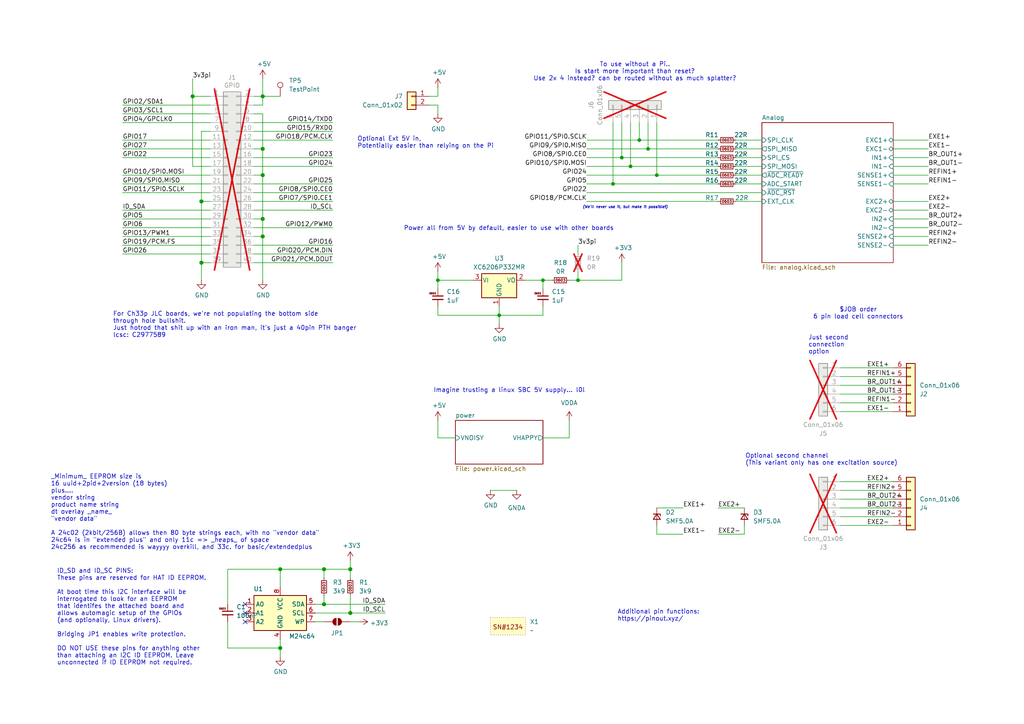
<source format=kicad_sch>
(kicad_sch (version 20250114) (generator "eeschema") (generator_version "9.0")
  (paper "A4")
  (title_block (title "ADS124S08 Linux IIO Eval PiHAT") (date "2025-09-06"))
  (lib_symbols
    (symbol "Connector:TestPoint" (pin_numbers (hide yes)) (pin_names (offset 0.762) (hide yes))
      (property "Reference" "TP" (at 0 6.858 0))
      (property "Value" "TestPoint" (at 0 5.08 0))
      (symbol "TestPoint_0_1"
        (circle (center 0 3.302) (radius 0.762))
      )
      (symbol "TestPoint_1_1"
        (pin passive line (at 0 0 90) (length 2.54) (name "1") (number "1"))
      )
    )
    (symbol "Connector_Generic:Conn_01x02" (pin_names (offset 1.016) (hide yes))
      (property "Reference" "J" (at 0 2.54 0))
      (property "Value" "Conn_01x02" (at 0 -5.08 0))
      (symbol "Conn_01x02_1_1"
        (rectangle (start -1.27 1.27) (end 1.27 -3.81) (stroke (width 0.254)) (fill (type background)))
        (rectangle (start -1.27 0.127) (end 0 -0.127) (stroke (width 0.1524)))
        (rectangle (start -1.27 -2.413) (end 0 -2.667) (stroke (width 0.1524)))
        (pin passive line (at -5.08 0 0) (length 3.81) (name "Pin_1") (number "1"))
        (pin passive line (at -5.08 -2.54 0) (length 3.81) (name "Pin_2") (number "2"))
      )
    )
    (symbol "Connector_Generic:Conn_01x06" (pin_names (offset 1.016) (hide yes))
      (property "Reference" "J" (at 0 7.62 0))
      (property "Value" "Conn_01x06" (at 0 -10.16 0))
      (symbol "Conn_01x06_1_1"
        (rectangle (start -1.27 6.35) (end 1.27 -8.89) (stroke (width 0.254)) (fill (type background)))
        (rectangle (start -1.27 5.207) (end 0 4.953) (stroke (width 0.1524)))
        (rectangle (start -1.27 2.667) (end 0 2.413) (stroke (width 0.1524)))
        (rectangle (start -1.27 0.127) (end 0 -0.127) (stroke (width 0.1524)))
        (rectangle (start -1.27 -2.413) (end 0 -2.667) (stroke (width 0.1524)))
        (rectangle (start -1.27 -4.953) (end 0 -5.207) (stroke (width 0.1524)))
        (rectangle (start -1.27 -7.493) (end 0 -7.747) (stroke (width 0.1524)))
        (pin passive line (at -5.08 5.08 0) (length 3.81) (name "Pin_1") (number "1"))
        (pin passive line (at -5.08 2.54 0) (length 3.81) (name "Pin_2") (number "2"))
        (pin passive line (at -5.08 0 0) (length 3.81) (name "Pin_3") (number "3"))
        (pin passive line (at -5.08 -2.54 0) (length 3.81) (name "Pin_4") (number "4"))
        (pin passive line (at -5.08 -5.08 0) (length 3.81) (name "Pin_5") (number "5"))
        (pin passive line (at -5.08 -7.62 0) (length 3.81) (name "Pin_6") (number "6"))
      )
    )
    (symbol "Connector_Generic:Conn_02x20_Odd_Even" (pin_names (offset 1.016) (hide yes))
      (property "Reference" "J" (at 1.27 25.4 0))
      (property "Value" "Conn_02x20_Odd_Even" (at 1.27 -27.94 0))
      (symbol "Conn_02x20_Odd_Even_1_1"
        (rectangle (start -1.27 24.13) (end 3.81 -26.67) (stroke (width 0.254)) (fill (type background)))
        (rectangle (start -1.27 22.987) (end 0 22.733) (stroke (width 0.1524)))
        (rectangle (start -1.27 20.447) (end 0 20.193) (stroke (width 0.1524)))
        (rectangle (start -1.27 17.907) (end 0 17.653) (stroke (width 0.1524)))
        (rectangle (start -1.27 15.367) (end 0 15.113) (stroke (width 0.1524)))
        (rectangle (start -1.27 12.827) (end 0 12.573) (stroke (width 0.1524)))
        (rectangle (start -1.27 10.287) (end 0 10.033) (stroke (width 0.1524)))
        (rectangle (start -1.27 7.747) (end 0 7.493) (stroke (width 0.1524)))
        (rectangle (start -1.27 5.207) (end 0 4.953) (stroke (width 0.1524)))
        (rectangle (start -1.27 2.667) (end 0 2.413) (stroke (width 0.1524)))
        (rectangle (start -1.27 0.127) (end 0 -0.127) (stroke (width 0.1524)))
        (rectangle (start -1.27 -2.413) (end 0 -2.667) (stroke (width 0.1524)))
        (rectangle (start -1.27 -4.953) (end 0 -5.207) (stroke (width 0.1524)))
        (rectangle (start -1.27 -7.493) (end 0 -7.747) (stroke (width 0.1524)))
        (rectangle (start -1.27 -10.033) (end 0 -10.287) (stroke (width 0.1524)))
        (rectangle (start -1.27 -12.573) (end 0 -12.827) (stroke (width 0.1524)))
        (rectangle (start -1.27 -15.113) (end 0 -15.367) (stroke (width 0.1524)))
        (rectangle (start -1.27 -17.653) (end 0 -17.907) (stroke (width 0.1524)))
        (rectangle (start -1.27 -20.193) (end 0 -20.447) (stroke (width 0.1524)))
        (rectangle (start -1.27 -22.733) (end 0 -22.987) (stroke (width 0.1524)))
        (rectangle (start -1.27 -25.273) (end 0 -25.527) (stroke (width 0.1524)))
        (rectangle (start 3.81 22.987) (end 2.54 22.733) (stroke (width 0.1524)))
        (rectangle (start 3.81 20.447) (end 2.54 20.193) (stroke (width 0.1524)))
        (rectangle (start 3.81 17.907) (end 2.54 17.653) (stroke (width 0.1524)))
        (rectangle (start 3.81 15.367) (end 2.54 15.113) (stroke (width 0.1524)))
        (rectangle (start 3.81 12.827) (end 2.54 12.573) (stroke (width 0.1524)))
        (rectangle (start 3.81 10.287) (end 2.54 10.033) (stroke (width 0.1524)))
        (rectangle (start 3.81 7.747) (end 2.54 7.493) (stroke (width 0.1524)))
        (rectangle (start 3.81 5.207) (end 2.54 4.953) (stroke (width 0.1524)))
        (rectangle (start 3.81 2.667) (end 2.54 2.413) (stroke (width 0.1524)))
        (rectangle (start 3.81 0.127) (end 2.54 -0.127) (stroke (width 0.1524)))
        (rectangle (start 3.81 -2.413) (end 2.54 -2.667) (stroke (width 0.1524)))
        (rectangle (start 3.81 -4.953) (end 2.54 -5.207) (stroke (width 0.1524)))
        (rectangle (start 3.81 -7.493) (end 2.54 -7.747) (stroke (width 0.1524)))
        (rectangle (start 3.81 -10.033) (end 2.54 -10.287) (stroke (width 0.1524)))
        (rectangle (start 3.81 -12.573) (end 2.54 -12.827) (stroke (width 0.1524)))
        (rectangle (start 3.81 -15.113) (end 2.54 -15.367) (stroke (width 0.1524)))
        (rectangle (start 3.81 -17.653) (end 2.54 -17.907) (stroke (width 0.1524)))
        (rectangle (start 3.81 -20.193) (end 2.54 -20.447) (stroke (width 0.1524)))
        (rectangle (start 3.81 -22.733) (end 2.54 -22.987) (stroke (width 0.1524)))
        (rectangle (start 3.81 -25.273) (end 2.54 -25.527) (stroke (width 0.1524)))
        (pin passive line (at -5.08 22.86 0) (length 3.81) (name "Pin_1") (number "1"))
        (pin passive line (at -5.08 20.32 0) (length 3.81) (name "Pin_3") (number "3"))
        (pin passive line (at -5.08 17.78 0) (length 3.81) (name "Pin_5") (number "5"))
        (pin passive line (at -5.08 15.24 0) (length 3.81) (name "Pin_7") (number "7"))
        (pin passive line (at -5.08 12.7 0) (length 3.81) (name "Pin_9") (number "9"))
        (pin passive line (at -5.08 10.16 0) (length 3.81) (name "Pin_11") (number "11"))
        (pin passive line (at -5.08 7.62 0) (length 3.81) (name "Pin_13") (number "13"))
        (pin passive line (at -5.08 5.08 0) (length 3.81) (name "Pin_15") (number "15"))
        (pin passive line (at -5.08 2.54 0) (length 3.81) (name "Pin_17") (number "17"))
        (pin passive line (at -5.08 0 0) (length 3.81) (name "Pin_19") (number "19"))
        (pin passive line (at -5.08 -2.54 0) (length 3.81) (name "Pin_21") (number "21"))
        (pin passive line (at -5.08 -5.08 0) (length 3.81) (name "Pin_23") (number "23"))
        (pin passive line (at -5.08 -7.62 0) (length 3.81) (name "Pin_25") (number "25"))
        (pin passive line (at -5.08 -10.16 0) (length 3.81) (name "Pin_27") (number "27"))
        (pin passive line (at -5.08 -12.7 0) (length 3.81) (name "Pin_29") (number "29"))
        (pin passive line (at -5.08 -15.24 0) (length 3.81) (name "Pin_31") (number "31"))
        (pin passive line (at -5.08 -17.78 0) (length 3.81) (name "Pin_33") (number "33"))
        (pin passive line (at -5.08 -20.32 0) (length 3.81) (name "Pin_35") (number "35"))
        (pin passive line (at -5.08 -22.86 0) (length 3.81) (name "Pin_37") (number "37"))
        (pin passive line (at -5.08 -25.4 0) (length 3.81) (name "Pin_39") (number "39"))
        (pin passive line (at 7.62 22.86 180) (length 3.81) (name "Pin_2") (number "2"))
        (pin passive line (at 7.62 20.32 180) (length 3.81) (name "Pin_4") (number "4"))
        (pin passive line (at 7.62 17.78 180) (length 3.81) (name "Pin_6") (number "6"))
        (pin passive line (at 7.62 15.24 180) (length 3.81) (name "Pin_8") (number "8"))
        (pin passive line (at 7.62 12.7 180) (length 3.81) (name "Pin_10") (number "10"))
        (pin passive line (at 7.62 10.16 180) (length 3.81) (name "Pin_12") (number "12"))
        (pin passive line (at 7.62 7.62 180) (length 3.81) (name "Pin_14") (number "14"))
        (pin passive line (at 7.62 5.08 180) (length 3.81) (name "Pin_16") (number "16"))
        (pin passive line (at 7.62 2.54 180) (length 3.81) (name "Pin_18") (number "18"))
        (pin passive line (at 7.62 0 180) (length 3.81) (name "Pin_20") (number "20"))
        (pin passive line (at 7.62 -2.54 180) (length 3.81) (name "Pin_22") (number "22"))
        (pin passive line (at 7.62 -5.08 180) (length 3.81) (name "Pin_24") (number "24"))
        (pin passive line (at 7.62 -7.62 180) (length 3.81) (name "Pin_26") (number "26"))
        (pin passive line (at 7.62 -10.16 180) (length 3.81) (name "Pin_28") (number "28"))
        (pin passive line (at 7.62 -12.7 180) (length 3.81) (name "Pin_30") (number "30"))
        (pin passive line (at 7.62 -15.24 180) (length 3.81) (name "Pin_32") (number "32"))
        (pin passive line (at 7.62 -17.78 180) (length 3.81) (name "Pin_34") (number "34"))
        (pin passive line (at 7.62 -20.32 180) (length 3.81) (name "Pin_36") (number "36"))
        (pin passive line (at 7.62 -22.86 180) (length 3.81) (name "Pin_38") (number "38"))
        (pin passive line (at 7.62 -25.4 180) (length 3.81) (name "Pin_40") (number "40"))
      )
    )
    (symbol "Jumper:SolderJumper_2_Open" (pin_numbers (hide yes)) (pin_names (offset 0) (hide yes)) (in_bom no)
      (property "Reference" "JP" (at 0 2.032 0))
      (property "Value" "SolderJumper_2_Open" (at 0 -2.54 0))
      (symbol "SolderJumper_2_Open_0_1"
        (polyline (pts (xy -0.254 1.016) (xy -0.254 -1.016)))
        (arc (start -0.254 -1.016) (mid -1.2656 0) (end -0.254 1.016))
        (arc (start -0.254 -1.016) (mid -1.2656 0) (end -0.254 1.016) (fill (type outline)))
        (arc (start 0.254 1.016) (mid 1.2656 0) (end 0.254 -1.016))
        (arc (start 0.254 1.016) (mid 1.2656 0) (end 0.254 -1.016) (fill (type outline)))
        (polyline (pts (xy 0.254 1.016) (xy 0.254 -1.016)))
      )
      (symbol "SolderJumper_2_Open_1_1"
        (pin passive line (at -3.81 0 0) (length 2.54) (name "A") (number "1"))
        (pin passive line (at 3.81 0 180) (length 2.54) (name "B") (number "2"))
      )
    )
    (symbol "Memory_EEPROM:CAT24C256"
      (property "Reference" "U" (at -6.35 6.35 0))
      (property "Value" "CAT24C256" (at 1.27 6.35 0))
      (symbol "CAT24C256_1_1"
        (rectangle (start -7.62 5.08) (end 7.62 -5.08) (stroke (width 0.254)) (fill (type background)))
        (pin input line (at -10.16 2.54 0) (length 2.54) (name "A0") (number "1"))
        (pin input line (at -10.16 0 0) (length 2.54) (name "A1") (number "2"))
        (pin input line (at -10.16 -2.54 0) (length 2.54) (name "A2") (number "3"))
        (pin power_in line (at 0 7.62 270) (length 2.54) (name "VCC") (number "8"))
        (pin power_in line (at 0 -7.62 90) (length 2.54) (name "GND") (number "4"))
        (pin bidirectional line (at 10.16 2.54 180) (length 2.54) (name "SDA") (number "5"))
        (pin input line (at 10.16 0 180) (length 2.54) (name "SCL") (number "6"))
        (pin input line (at 10.16 -2.54 180) (length 2.54) (name "WP") (number "7"))
      )
    )
    (symbol "Regulator_Linear:XC6206PxxxMR" (pin_names (offset 0.254))
      (property "Reference" "U" (at -3.81 3.175 0))
      (property "Value" "XC6206PxxxMR" (at 0 3.175 0))
      (symbol "XC6206PxxxMR_0_1"
        (rectangle (start -5.08 1.905) (end 5.08 -5.08) (stroke (width 0.254)) (fill (type background)))
      )
      (symbol "XC6206PxxxMR_1_1"
        (pin power_in line (at -7.62 0 0) (length 2.54) (name "VI") (number "3"))
        (pin power_in line (at 0 -7.62 90) (length 2.54) (name "GND") (number "1"))
        (pin power_out line (at 7.62 0 180) (length 2.54) (name "VO") (number "2"))
      )
    )
    (symbol "karl-atomic-basic:KC0603_100nF" (pin_numbers (hide yes)) (pin_names (offset 0.254) (hide yes))
      (property "Reference" "C" (at 0.254 1.778 0))
      (property "Value" "100nF" (at 0.254 -2.032 0))
      (symbol "KC0603_100nF_0_1"
        (polyline (pts (xy -1.524 0.508) (xy 1.524 0.508)) (stroke (width 0.3048)))
        (polyline (pts (xy -1.524 -0.508) (xy 1.524 -0.508)) (stroke (width 0.3302)))
      )
      (symbol "KC0603_100nF_1_1"
        (text "0603" (at -1.524 1.27 0) (effects (font (size 0.508 0.508))))
        (pin passive line (at 0 2.54 270) (length 2.032) (name "~") (number "1"))
        (pin passive line (at 0 -2.54 90) (length 2.032) (name "~") (number "2"))
      )
    )
    (symbol "karl-atomic-basic:KC0603_1uF" (pin_numbers (hide yes)) (pin_names (offset 0.254) (hide yes))
      (property "Reference" "C" (at 0.254 1.778 0))
      (property "Value" "1uF" (at 0.254 -2.032 0))
      (symbol "KC0603_1uF_0_1"
        (polyline (pts (xy -1.524 0.508) (xy 1.524 0.508)) (stroke (width 0.3048)))
        (polyline (pts (xy -1.524 -0.508) (xy 1.524 -0.508)) (stroke (width 0.3302)))
      )
      (symbol "KC0603_1uF_1_1"
        (text "0603" (at -1.524 1.27 0) (effects (font (size 0.508 0.508))))
        (pin passive line (at 0 2.54 270) (length 2.032) (name "~") (number "1"))
        (pin passive line (at 0 -2.54 90) (length 2.032) (name "~") (number "2"))
      )
    )
    (symbol "karl-atomic-basic:KR0603_0R" (pin_numbers (hide yes)) (pin_names (offset 0.254) (hide yes))
      (property "Reference" "R" (at 0.762 0.508 0))
      (property "Value" "0R" (at 0.762 -1.016 0))
      (symbol "KR0603_0R_0_1"
        (rectangle (start -0.762 1.778) (end 0.762 -1.778) (stroke (width 0.2032)))
      )
      (symbol "KR0603_0R_1_1"
        (text "0603" (at 0 0 900) (effects (font (size 0.762 0.762))))
        (pin passive line (at 0 2.54 270) (length 0.762) (name "~") (number "1"))
        (pin passive line (at 0 -2.54 90) (length 0.762) (name "~") (number "2"))
      )
    )
    (symbol "karl-atomic-basic:KR0603_22R" (pin_numbers (hide yes)) (pin_names (offset 0.254) (hide yes))
      (property "Reference" "R" (at 0.762 0.508 0))
      (property "Value" "22R" (at 0.762 -1.016 0))
      (symbol "KR0603_22R_0_1"
        (rectangle (start -0.762 1.778) (end 0.762 -1.778) (stroke (width 0.2032)))
      )
      (symbol "KR0603_22R_1_1"
        (text "0603" (at 0 0 900) (effects (font (size 0.762 0.762))))
        (pin passive line (at 0 2.54 270) (length 0.762) (name "~") (number "1"))
        (pin passive line (at 0 -2.54 90) (length 0.762) (name "~") (number "2"))
      )
    )
    (symbol "karl-atomic-basic:KR0603_3k9" (pin_numbers (hide yes)) (pin_names (offset 0.254) (hide yes))
      (property "Reference" "R" (at 0.762 0.508 0))
      (property "Value" "3k9" (at 0.762 -1.016 0))
      (symbol "KR0603_3k9_0_1"
        (rectangle (start -0.762 1.778) (end 0.762 -1.778) (stroke (width 0.2032)))
      )
      (symbol "KR0603_3k9_1_1"
        (text "0603" (at 0 0 900) (effects (font (size 0.762 0.762))))
        (pin passive line (at 0 2.54 270) (length 0.762) (name "~") (number "1"))
        (pin passive line (at 0 -2.54 90) (length 0.762) (name "~") (number "2"))
      )
    )
    (symbol "karl-atomic-basic:SMF5.0A" (pin_numbers (hide yes)) (pin_names (offset 0.254) (hide yes))
      (property "Reference" "D" (at 0 2.286 0))
      (property "Value" "SMF5.0A" (at 0 -2.286 0))
      (symbol "SMF5.0A_0_1"
        (polyline (pts (xy -0.254 1.016) (xy -0.762 1.016) (xy -0.762 -1.016)) (stroke (width 0.254)))
        (polyline (pts (xy 0.762 1.016) (xy -0.762 0) (xy 0.762 -1.016) (xy 0.762 1.016)) (stroke (width 0.254)))
        (polyline (pts (xy 0.762 0) (xy -0.762 0)))
      )
      (symbol "SMF5.0A_1_1"
        (pin passive line (at -2.54 0 0) (length 1.778) (name "K") (number "1"))
        (pin passive line (at 2.54 0 180) (length 1.778) (name "A") (number "2"))
      )
    )
    (symbol "karl-atomic-basic:SYM_LABEL"
      (property "Reference" "X" (at -4.318 3.556 0))
      (symbol "SYM_LABEL_1_1"
        (rectangle (start -5.08 2.54) (end 5.08 -2.54) (stroke (width 0) (type dot)) (fill (type background)))
        (text "SN#1234" (at 0 -0.254 0) (effects (font (size 1.27 1.27))))
      )
    )
    (symbol "power:+3.3V" (power) (pin_numbers (hide yes)) (pin_names (offset 0) (hide yes))
      (property "Value" "+3.3V" (at 0 3.556 0))
      (symbol "+3.3V_0_1"
        (polyline (pts (xy -0.762 1.27) (xy 0 2.54)))
        (polyline (pts (xy 0 2.54) (xy 0.762 1.27)))
        (polyline (pts (xy 0 0) (xy 0 2.54)))
      )
      (symbol "+3.3V_1_1"
        (pin power_in line (at 0 0 90) (length 0) (name "~") (number "1"))
      )
    )
    (symbol "power:+5V" (power) (pin_numbers (hide yes)) (pin_names (offset 0) (hide yes))
      (property "Value" "+5V" (at 0 3.556 0))
      (symbol "+5V_0_1"
        (polyline (pts (xy -0.762 1.27) (xy 0 2.54)))
        (polyline (pts (xy 0 2.54) (xy 0.762 1.27)))
        (polyline (pts (xy 0 0) (xy 0 2.54)))
      )
      (symbol "+5V_1_1"
        (pin power_in line (at 0 0 90) (length 0) (name "~") (number "1"))
      )
    )
    (symbol "power:GND" (power) (pin_numbers (hide yes)) (pin_names (offset 0) (hide yes))
      (property "Value" "GND" (at 0 -3.81 0))
      (symbol "GND_0_1"
        (polyline (pts (xy 0 0) (xy 0 -1.27) (xy 1.27 -1.27) (xy 0 -2.54) (xy -1.27 -1.27) (xy 0 -1.27)))
      )
      (symbol "GND_1_1"
        (pin power_in line (at 0 0 270) (length 0) (name "~") (number "1"))
      )
    )
    (symbol "power:GNDA" (power) (pin_numbers (hide yes)) (pin_names (offset 0) (hide yes))
      (property "Value" "GNDA" (at 0 -3.81 0))
      (symbol "GNDA_0_1"
        (polyline (pts (xy 0 0) (xy 0 -1.27) (xy 1.27 -1.27) (xy 0 -2.54) (xy -1.27 -1.27) (xy 0 -1.27)))
      )
      (symbol "GNDA_1_1"
        (pin power_in line (at 0 0 270) (length 0) (name "~") (number "1"))
      )
    )
    (symbol "power:VDDA" (power) (pin_numbers (hide yes)) (pin_names (offset 0) (hide yes))
      (property "Value" "VDDA" (at 0 3.556 0))
      (symbol "VDDA_0_1"
        (polyline (pts (xy -0.762 1.27) (xy 0 2.54)))
        (polyline (pts (xy 0 2.54) (xy 0.762 1.27)))
        (polyline (pts (xy 0 0) (xy 0 2.54)))
      )
      (symbol "VDDA_1_1"
        (pin power_in line (at 0 0 90) (length 0) (name "~") (number "1"))
      )
    )
  )
  (text "Optional Ext 5V in,\nPotentially easier than relying on the Pi" (at 103.632 41.402 0) (effects (font (size 1.27 1.27)) (justify left)))
  (text "Just second\nconnection\noption" (at 234.442 100.076 0) (effects (font (size 1.27 1.27)) (justify left)))
  (text "_Minimum_ EEPROM size is\n16 uuid+2pid+2version (18 bytes)\nplus....\nvendor string\nproduct name string\ndt overlay _name_\n\"vendor data\"\n\nA 24c02 (2kbit/256B) allows then 80 byte strings each, with no \"vendor data\"\n24c64 is in \"extended plus\" and only 11c => _heaps_ of space\n24c256 as recommended is wayyyy overkill, and 33c. for basic/extendedplus" (at 14.732 148.59 0) (effects (font (size 1.27 1.27)) (justify left)))
  (text "To use without a Pi..\nIs start more important than reset?\nUse 2x 4 instead? can be routed without as much splatter?" (at 184.15 20.828 0) (effects (font (size 1.27 1.27))))
  (text "Additional pin functions:\nhttps://pinout.xyz/" (at 179.07 180.34 0) (effects (font (size 1.27 1.27)) (justify left bottom)))
  (text "$JOB order\n6 pin load cell connectors" (at 248.92 90.932 0) (effects (font (size 1.27 1.27))))
  (text "Power all from 5V by default, easier to use with other boards" (at 117.094 66.294 0) (effects (font (size 1.27 1.27)) (justify left)))
  (text "ID_SD and ID_SC PINS:\nThese pins are reserved for HAT ID EEPROM.\n\nAt boot time this I2C interface will be\ninterrogated to look for an EEPROM\nthat identifes the attached board and\nallows automagic setup of the GPIOs\n(and optionally, Linux drivers).\n\nBridging JP1 enables write protection.\n\nDO NOT USE these pins for anything other\nthan attaching an I2C ID EEPROM. Leave\nunconnected if ID EEPROM not required." (at 16.51 193.04 0) (effects (font (size 1.27 1.27)) (justify left bottom)))
  (text "Optional second channel\n(This variant only has one excitation source)" (at 216.154 133.35 0) (effects (font (size 1.27 1.27)) (justify left)))
  (text "For Ch33p JLC boards, we're not populating the bottom side\nthrough hole bullshit.\nJust hotrod that shit up with an iron man, it's just a 40pin PTH banger\nlcsc: C2977589" (at 32.766 94.234 0) (effects (font (size 1.27 1.27)) (justify left)))
  (text "(We'll never use it, but make it possible!)" (at 181.356 60.198 0) (effects (font (size 0.762 0.762) (italic yes))))
  (text "Imagine trusting a linux SBC 5V supply... l0l" (at 125.73 113.284 0) (effects (font (size 1.27 1.27)) (justify left)))
  (junction (at 180.34 45.72))
  (junction (at 93.98 175.26) (diameter 1.016))
  (junction (at 76.2 27.94) (diameter 1.016))
  (junction (at 81.28 187.96) (diameter 1.016))
  (junction (at 76.2 43.18) (diameter 1.016))
  (junction (at 81.28 165.1) (diameter 1.016))
  (junction (at 190.5 50.8))
  (junction (at 101.6 165.1) (diameter 1.016))
  (junction (at 157.48 81.28))
  (junction (at 187.96 43.18))
  (junction (at 58.42 76.2) (diameter 1.016))
  (junction (at 127 81.28))
  (junction (at 58.42 58.42) (diameter 1.016))
  (junction (at 185.42 40.64))
  (junction (at 76.2 68.58) (diameter 1.016))
  (junction (at 144.78 91.44))
  (junction (at 182.88 48.26))
  (junction (at 76.2 63.5) (diameter 1.016))
  (junction (at 177.8 53.34))
  (junction (at 167.64 81.28))
  (junction (at 76.2 50.8) (diameter 1.016))
  (junction (at 101.6 177.8) (diameter 1.016))
  (junction (at 55.88 27.94) (diameter 1.016))
  (junction (at 93.98 165.1) (diameter 1.016))
  (no_connect (at 71.12 175.26))
  (no_connect (at 71.12 177.8))
  (no_connect (at 71.12 180.34))
  (wire (pts (xy 73.66 53.34) (xy 96.52 53.34)))
  (wire (pts (xy 35.56 66.04) (xy 60.96 66.04)))
  (wire (pts (xy 170.18 53.34) (xy 177.8 53.34)))
  (wire (pts (xy 58.42 58.42) (xy 58.42 76.2)))
  (wire (pts (xy 35.56 35.56) (xy 60.96 35.56)))
  (wire (pts (xy 190.5 147.32) (xy 198.12 147.32)))
  (wire (pts (xy 243.84 106.68) (xy 259.08 106.68)))
  (wire (pts (xy 190.5 152.4) (xy 190.5 154.94)))
  (wire (pts (xy 73.66 45.72) (xy 96.52 45.72)))
  (wire (pts (xy 81.28 165.1) (xy 93.98 165.1)))
  (wire (pts (xy 101.6 165.1) (xy 93.98 165.1)))
  (wire (pts (xy 101.6 167.64) (xy 101.6 165.1)))
  (wire (pts (xy 180.34 81.28) (xy 180.34 76.2)))
  (wire (pts (xy 170.18 48.26) (xy 182.88 48.26)))
  (wire (pts (xy 259.08 43.18) (xy 269.24 43.18)))
  (wire (pts (xy 76.2 33.02) (xy 76.2 43.18)))
  (wire (pts (xy 76.2 50.8) (xy 73.66 50.8)))
  (wire (pts (xy 76.2 63.5) (xy 76.2 68.58)))
  (wire (pts (xy 208.28 147.32) (xy 215.9 147.32)))
  (wire (pts (xy 213.36 40.64) (xy 220.98 40.64)))
  (wire (pts (xy 144.78 91.44) (xy 144.78 93.98)))
  (wire (pts (xy 35.56 60.96) (xy 60.96 60.96)))
  (wire (pts (xy 76.2 50.8) (xy 76.2 63.5)))
  (wire (pts (xy 58.42 38.1) (xy 58.42 58.42)))
  (wire (pts (xy 91.44 175.26) (xy 93.98 175.26)))
  (wire (pts (xy 93.98 175.26) (xy 111.76 175.26)))
  (wire (pts (xy 157.48 83.82) (xy 157.48 81.28)))
  (wire (pts (xy 127 91.44) (xy 144.78 91.44)))
  (wire (pts (xy 243.84 139.7) (xy 259.08 139.7)))
  (wire (pts (xy 243.84 142.24) (xy 259.08 142.24)))
  (wire (pts (xy 142.24 142.24) (xy 149.86 142.24)))
  (wire (pts (xy 58.42 38.1) (xy 60.96 38.1)))
  (wire (pts (xy 91.44 180.34) (xy 93.98 180.34)))
  (wire (pts (xy 101.6 180.34) (xy 104.14 180.34)))
  (wire (pts (xy 170.18 58.42) (xy 208.28 58.42)))
  (wire (pts (xy 259.08 45.72) (xy 269.24 45.72)))
  (wire (pts (xy 73.66 73.66) (xy 96.52 73.66)))
  (wire (pts (xy 76.2 27.94) (xy 81.28 27.94)))
  (wire (pts (xy 180.34 45.72) (xy 208.28 45.72)))
  (wire (pts (xy 35.56 55.88) (xy 60.96 55.88)))
  (wire (pts (xy 182.88 48.26) (xy 208.28 48.26)))
  (wire (pts (xy 35.56 63.5) (xy 60.96 63.5)))
  (wire (pts (xy 165.1 127) (xy 165.1 121.92)))
  (wire (pts (xy 170.18 45.72) (xy 180.34 45.72)))
  (wire (pts (xy 35.56 53.34) (xy 60.96 53.34)))
  (wire (pts (xy 259.08 63.5) (xy 269.24 63.5)))
  (wire (pts (xy 213.36 48.26) (xy 220.98 48.26)))
  (wire (pts (xy 213.36 43.18) (xy 220.98 43.18)))
  (wire (pts (xy 35.56 30.48) (xy 60.96 30.48)))
  (wire (pts (xy 73.66 55.88) (xy 96.52 55.88)))
  (wire (pts (xy 58.42 58.42) (xy 60.96 58.42)))
  (wire (pts (xy 101.6 162.56) (xy 101.6 165.1)))
  (wire (pts (xy 73.66 76.2) (xy 96.52 76.2)))
  (wire (pts (xy 167.64 78.74) (xy 167.64 81.28)))
  (wire (pts (xy 81.28 165.1) (xy 81.28 170.18)))
  (wire (pts (xy 167.64 71.12) (xy 167.64 73.66)))
  (wire (pts (xy 157.48 81.28) (xy 160.02 81.28)))
  (wire (pts (xy 259.08 53.34) (xy 269.24 53.34)))
  (wire (pts (xy 58.42 76.2) (xy 58.42 81.28)))
  (wire (pts (xy 101.6 172.72) (xy 101.6 177.8)))
  (wire (pts (xy 55.88 22.86) (xy 55.88 27.94)))
  (wire (pts (xy 73.66 71.12) (xy 96.52 71.12)))
  (wire (pts (xy 127 127) (xy 127 121.92)))
  (wire (pts (xy 170.18 40.64) (xy 185.42 40.64)))
  (wire (pts (xy 35.56 45.72) (xy 60.96 45.72)))
  (wire (pts (xy 180.34 35.56) (xy 180.34 45.72)))
  (wire (pts (xy 73.66 66.04) (xy 96.52 66.04)))
  (wire (pts (xy 165.1 81.28) (xy 167.64 81.28)))
  (wire (pts (xy 76.2 68.58) (xy 73.66 68.58)))
  (wire (pts (xy 35.56 33.02) (xy 60.96 33.02)))
  (wire (pts (xy 124.46 27.94) (xy 127 27.94)))
  (wire (pts (xy 73.66 60.96) (xy 96.52 60.96)))
  (wire (pts (xy 213.36 58.42) (xy 220.98 58.42)))
  (wire (pts (xy 127 88.9) (xy 127 91.44)))
  (wire (pts (xy 73.66 35.56) (xy 96.52 35.56)))
  (wire (pts (xy 55.88 48.26) (xy 60.96 48.26)))
  (wire (pts (xy 243.84 109.22) (xy 259.08 109.22)))
  (wire (pts (xy 127 81.28) (xy 137.16 81.28)))
  (wire (pts (xy 76.2 27.94) (xy 76.2 30.48)))
  (wire (pts (xy 213.36 45.72) (xy 220.98 45.72)))
  (wire (pts (xy 35.56 43.18) (xy 60.96 43.18)))
  (wire (pts (xy 76.2 43.18) (xy 76.2 50.8)))
  (wire (pts (xy 76.2 43.18) (xy 73.66 43.18)))
  (wire (pts (xy 76.2 22.86) (xy 76.2 27.94)))
  (wire (pts (xy 73.66 58.42) (xy 96.52 58.42)))
  (wire (pts (xy 93.98 165.1) (xy 93.98 167.64)))
  (wire (pts (xy 127 81.28) (xy 127 83.82)))
  (wire (pts (xy 76.2 27.94) (xy 73.66 27.94)))
  (wire (pts (xy 243.84 114.3) (xy 259.08 114.3)))
  (wire (pts (xy 55.88 27.94) (xy 55.88 48.26)))
  (wire (pts (xy 182.88 35.56) (xy 182.88 48.26)))
  (wire (pts (xy 170.18 55.88) (xy 220.98 55.88)))
  (wire (pts (xy 243.84 119.38) (xy 259.08 119.38)))
  (wire (pts (xy 73.66 48.26) (xy 96.52 48.26)))
  (wire (pts (xy 93.98 172.72) (xy 93.98 175.26)))
  (wire (pts (xy 243.84 116.84) (xy 259.08 116.84)))
  (wire (pts (xy 91.44 177.8) (xy 101.6 177.8)))
  (wire (pts (xy 101.6 177.8) (xy 111.76 177.8)))
  (wire (pts (xy 170.18 43.18) (xy 187.96 43.18)))
  (wire (pts (xy 157.48 81.28) (xy 152.4 81.28)))
  (wire (pts (xy 259.08 60.96) (xy 269.24 60.96)))
  (wire (pts (xy 259.08 48.26) (xy 269.24 48.26)))
  (wire (pts (xy 190.5 50.8) (xy 208.28 50.8)))
  (wire (pts (xy 144.78 88.9) (xy 144.78 91.44)))
  (wire (pts (xy 157.48 91.44) (xy 144.78 91.44)))
  (wire (pts (xy 213.36 50.8) (xy 220.98 50.8)))
  (wire (pts (xy 35.56 68.58) (xy 60.96 68.58)))
  (wire (pts (xy 187.96 35.56) (xy 187.96 43.18)))
  (wire (pts (xy 177.8 35.56) (xy 177.8 53.34)))
  (wire (pts (xy 215.9 152.4) (xy 215.9 154.94)))
  (wire (pts (xy 76.2 30.48) (xy 73.66 30.48)))
  (wire (pts (xy 259.08 71.12) (xy 269.24 71.12)))
  (wire (pts (xy 177.8 53.34) (xy 208.28 53.34)))
  (wire (pts (xy 35.56 71.12) (xy 60.96 71.12)))
  (wire (pts (xy 185.42 40.64) (xy 208.28 40.64)))
  (wire (pts (xy 190.5 154.94) (xy 198.12 154.94)))
  (wire (pts (xy 73.66 40.64) (xy 96.52 40.64)))
  (wire (pts (xy 58.42 76.2) (xy 60.96 76.2)))
  (wire (pts (xy 243.84 147.32) (xy 259.08 147.32)))
  (wire (pts (xy 35.56 40.64) (xy 60.96 40.64)))
  (wire (pts (xy 190.5 35.56) (xy 190.5 50.8)))
  (wire (pts (xy 66.04 165.1) (xy 66.04 175.26)))
  (wire (pts (xy 187.96 43.18) (xy 208.28 43.18)))
  (wire (pts (xy 127 78.74) (xy 127 81.28)))
  (wire (pts (xy 76.2 33.02) (xy 73.66 33.02)))
  (wire (pts (xy 127 27.94) (xy 127 25.4)))
  (wire (pts (xy 35.56 73.66) (xy 60.96 73.66)))
  (wire (pts (xy 243.84 149.86) (xy 259.08 149.86)))
  (wire (pts (xy 185.42 35.56) (xy 185.42 40.64)))
  (wire (pts (xy 167.64 81.28) (xy 180.34 81.28)))
  (wire (pts (xy 259.08 40.64) (xy 269.24 40.64)))
  (wire (pts (xy 243.84 111.76) (xy 259.08 111.76)))
  (wire (pts (xy 259.08 50.8) (xy 269.24 50.8)))
  (wire (pts (xy 66.04 180.34) (xy 66.04 187.96)))
  (wire (pts (xy 66.04 187.96) (xy 81.28 187.96)))
  (wire (pts (xy 81.28 165.1) (xy 66.04 165.1)))
  (wire (pts (xy 215.9 154.94) (xy 208.28 154.94)))
  (wire (pts (xy 81.28 185.42) (xy 81.28 187.96)))
  (wire (pts (xy 81.28 187.96) (xy 81.28 190.5)))
  (wire (pts (xy 73.66 38.1) (xy 96.52 38.1)))
  (wire (pts (xy 259.08 58.42) (xy 269.24 58.42)))
  (wire (pts (xy 76.2 68.58) (xy 76.2 81.28)))
  (wire (pts (xy 259.08 66.04) (xy 269.24 66.04)))
  (wire (pts (xy 127 30.48) (xy 127 33.02)))
  (wire (pts (xy 213.36 53.34) (xy 220.98 53.34)))
  (wire (pts (xy 76.2 63.5) (xy 73.66 63.5)))
  (wire (pts (xy 132.08 127) (xy 127 127)))
  (wire (pts (xy 35.56 50.8) (xy 60.96 50.8)))
  (wire (pts (xy 124.46 30.48) (xy 127 30.48)))
  (wire (pts (xy 55.88 27.94) (xy 60.96 27.94)))
  (wire (pts (xy 157.48 88.9) (xy 157.48 91.44)))
  (wire (pts (xy 259.08 68.58) (xy 269.24 68.58)))
  (wire (pts (xy 170.18 50.8) (xy 190.5 50.8)))
  (wire (pts (xy 157.48 127) (xy 165.1 127)))
  (wire (pts (xy 243.84 144.78) (xy 259.08 144.78)))
  (wire (pts (xy 243.84 152.4) (xy 259.08 152.4)))
  (label "EXE1+" (at 269.24 40.64 0))
  (label "ID_SDA" (at 35.56 60.96 0))
  (label "GPIO6" (at 35.56 66.04 0))
  (label "GPIO18{slash}PCM.CLK" (at 170.18 58.42 180))
  (label "REFIN2-" (at 269.24 71.12 0))
  (label "ID_SDA" (at 111.76 175.26 180))
  (label "ID_SCL" (at 96.52 60.96 180))
  (label "GPIO5" (at 35.56 63.5 0))
  (label "EXE1-" (at 251.46 119.38 0))
  (label "GPIO21{slash}PCM.DOUT" (at 96.52 76.2 180))
  (label "GPIO11{slash}SPI0.SCLK" (at 170.18 40.64 180))
  (label "GPIO19{slash}PCM.FS" (at 35.56 71.12 0))
  (label "GPIO10{slash}SPI0.MOSI" (at 35.56 50.8 0))
  (label "GPIO9{slash}SPI0.MISO" (at 35.56 53.34 0))
  (label "GPIO23" (at 96.52 45.72 180))
  (label "REFIN1+" (at 251.46 109.22 0))
  (label "EXE2+" (at 251.46 139.7 0))
  (label "GPIO9{slash}SPI0.MISO" (at 170.18 43.18 180))
  (label "EXE1-" (at 198.12 154.94 0))
  (label "GPIO4{slash}GPCLK0" (at 35.56 35.56 0))
  (label "BR_OUT1-" (at 251.46 114.3 0))
  (label "GPIO27" (at 35.56 43.18 0))
  (label "GPIO26" (at 35.56 73.66 0))
  (label "GPIO10{slash}SPI0.MOSI" (at 170.18 48.26 180))
  (label "GPIO14{slash}TXD0" (at 96.52 35.56 180))
  (label "GPIO8{slash}SPI0.CE0" (at 96.52 55.88 180))
  (label "GPIO15{slash}RXD0" (at 96.52 38.1 180))
  (label "GPIO16" (at 96.52 71.12 180))
  (label "3v3pi" (at 55.88 22.86 0))
  (label "GPIO8{slash}SPI0.CE0" (at 170.18 45.72 180))
  (label "REFIN1-" (at 251.46 116.84 0))
  (label "BR_OUT2+" (at 251.46 144.78 0))
  (label "GPIO5" (at 170.18 53.34 180))
  (label "EXE1-" (at 269.24 43.18 0))
  (label "GPIO22" (at 170.18 55.88 180))
  (label "BR_OUT1-" (at 269.24 48.26 0))
  (label "GPIO22" (at 35.56 45.72 0))
  (label "GPIO24" (at 170.18 50.8 180))
  (label "GPIO2{slash}SDA1" (at 35.56 30.48 0))
  (label "EXE2-" (at 269.24 60.96 0))
  (label "GPIO17" (at 35.56 40.64 0))
  (label "EXE2-" (at 208.28 154.94 0))
  (label "REFIN1+" (at 269.24 50.8 0))
  (label "GPIO25" (at 96.52 53.34 180))
  (label "GPIO3{slash}SCL1" (at 35.56 33.02 0))
  (label "GPIO18{slash}PCM.CLK" (at 96.52 40.64 180))
  (label "GPIO12{slash}PWM0" (at 96.52 66.04 180))
  (label "EXE1+" (at 251.46 106.68 0))
  (label "GPIO13{slash}PWM1" (at 35.56 68.58 0))
  (label "GPIO20{slash}PCM.DIN" (at 96.52 73.66 180))
  (label "GPIO24" (at 96.52 48.26 180))
  (label "REFIN2+" (at 269.24 68.58 0))
  (label "EXE2+" (at 269.24 58.42 0))
  (label "GPIO7{slash}SPI0.CE1" (at 96.52 58.42 180))
  (label "EXE2-" (at 251.46 152.4 0))
  (label "EXE2+" (at 208.28 147.32 0))
  (label "BR_OUT2+" (at 269.24 63.5 0))
  (label "ID_SCL" (at 111.76 177.8 180))
  (label "REFIN1-" (at 269.24 53.34 0))
  (label "EXE1+" (at 198.12 147.32 0))
  (label "BR_OUT1+" (at 251.46 111.76 0))
  (label "REFIN2-" (at 251.46 149.86 0))
  (label "3v3pi" (at 167.64 71.12 0))
  (label "BR_OUT2-" (at 269.24 66.04 0))
  (label "GPIO11{slash}SPI0.SCLK" (at 35.56 55.88 0))
  (label "BR_OUT1+" (at 269.24 45.72 0))
  (label "BR_OUT2-" (at 251.46 147.32 0))
  (label "REFIN2+" (at 251.46 142.24 0))
  (symbol (lib_id "power:+5V") (at 76.2 22.86 0) (unit 1)
    (property "Reference" "#PWR01" (effects (hide yes)))
    (property "Value" "+5V" (at 76.5683 18.5356 0))
    (property "Description" "Power symbol creates a global label with name \"+5V\"" (effects (hide yes)))
  )
  (symbol (lib_id "power:+3.3V") (at 180.34 76.2 0) (unit 1)
    (property "Reference" "#PWR04" (effects (hide yes)))
    (property "Value" "+3V3" (at 180.7083 71.8756 0))
    (property "Description" "Power symbol creates a global label with name \"+3.3V\"" (effects (hide yes)))
  )
  (symbol (lib_id "power:GND") (at 76.2 81.28 0) (unit 1)
    (property "Reference" "#PWR02" (effects (hide yes)))
    (property "Value" "GND" (at 76.3143 85.6044 0))
    (property "Description" "Power symbol creates a global label with name \"GND\" , ground" (effects (hide yes)))
  )
  (symbol (lib_id "power:GND") (at 58.42 81.28 0) (unit 1)
    (property "Reference" "#PWR03" (effects (hide yes)))
    (property "Value" "GND" (at 58.5343 85.6044 0))
    (property "Description" "Power symbol creates a global label with name \"GND\" , ground" (effects (hide yes)))
  )
  (symbol (lib_id "Connector_Generic:Conn_02x20_Odd_Even") (at 66.04 50.8 0) (unit 1) (dnp yes)
    (property "Reference" "J1" (at 67.31 22.4598 0))
    (property "Value" "GPIO" (at 67.31 24.765 0))
    (property "Footprint" "Connector_PinSocket_2.54mm:PinSocket_2x20_P2.54mm_Vertical" (effects (hide yes)))
    (property "Description" "Generic connector, double row, 02x20, odd/even pin numbering scheme (row 1 odd numbers, row 2 even numbers), script generated (kicad-library-utils/schlib/autogen/connector/)" (effects (hide yes)))
  )
  (symbol (lib_id "Connector_Generic:Conn_01x02") (at 119.38 27.94 0) (mirror y) (unit 1)
    (property "Reference" "J7" (at 116.84 27.9399 0) (effects (justify left)))
    (property "Value" "Conn_01x02" (at 116.84 30.4799 0) (effects (justify left)))
    (property "Footprint" "Connector_Phoenix_MC:PhoenixContact_MCV_1,5_2-G-3.81_1x02_P3.81mm_Vertical" (effects (hide yes)))
    (property "Description" "Generic connector, single row, 01x02, script generated (kicad-library-utils/schlib/autogen/connector/)" (effects (hide yes)))
    (property "MPN" "WJ15EDGVC-3.81-2P" (effects (hide yes)))
    (property "LCSC Part #" "C8396" (effects (hide yes)))
  )
  (symbol (lib_id "karl-atomic-basic:SYM_LABEL") (at 147.32 181.61 0) (unit 1)
    (property "Reference" "X1" (at 153.67 180.3399 0) (effects (justify left)))
    (property "Value" "~" (at 153.67 182.8799 0) (effects (justify left)))
    (property "Footprint" "jlc-extras:JLC_2D_BARCODE_8x8mm" (effects (hide yes)))
    (property "Description" "Place holder for a label space" (effects (hide yes)))
  )
  (symbol (lib_id "karl-atomic-basic:KC0603_100nF") (at 66.04 177.8 0) (unit 1)
    (property "Reference" "C1" (at 68.58 176.0271 0) (effects (justify left)))
    (property "Value" "100nF" (at 68.58 178.5671 0) (effects (justify left)))
    (property "Footprint" "Capacitor_SMD:C_0603_1608Metric" (effects (hide yes)))
    (property "Description" "50V, X7R" (effects (hide yes)))
    (property "MPN" "CC0603KRX7R9BB104" (effects (hide yes)))
    (property "LCSC Part #" "C14663" (effects (hide yes)))
    (property "jlcbasic" "basic" (effects (hide yes)))
  )
  (symbol (lib_id "Connector_Generic:Conn_01x06") (at 185.42 30.48 270) (mirror x) (unit 1) (dnp yes)
    (property "Reference" "J6" (at 171.45 30.48 0))
    (property "Value" "Conn_01x06" (at 173.99 30.48 0))
    (property "Footprint" "Connector_PinHeader_2.54mm:PinHeader_1x06_P2.54mm_Vertical" (effects (hide yes)))
    (property "Description" "Generic connector, single row, 01x06, script generated (kicad-library-utils/schlib/autogen/connector/)" (effects (hide yes)))
  )
  (symbol (lib_id "power:GND") (at 144.78 93.98 0) (unit 1)
    (property "Reference" "#PWR019" (effects (hide yes)))
    (property "Value" "GND" (at 144.8943 98.3044 0))
    (property "Description" "Power symbol creates a global label with name \"GND\" , ground" (effects (hide yes)))
  )
  (symbol (lib_id "karl-atomic-basic:KR0603_0R") (at 167.64 76.2 180) (unit 1) (dnp yes)
    (property "Reference" "R19" (at 170.18 74.9299 0) (effects (justify right)))
    (property "Value" "0R" (at 170.18 77.4699 0) (effects (justify right)))
    (property "Footprint" "Resistor_SMD:R_0603_1608Metric" (effects (hide yes)))
    (property "Description" "Resistor, 0603" (effects (hide yes)))
    (property "LCSC Part #" "C21189" (effects (hide yes)))
    (property "MPN" "0603WAF0000T5E" (effects (hide yes)))
    (property "jlcbasic" "basic" (effects (hide yes)))
  )
  (symbol (lib_id "Jumper:SolderJumper_2_Open") (at 97.79 180.34 0) (unit 1)
    (property "Reference" "JP1" (at 97.79 183.623 0))
    (property "Value" "ID_WP" (effects (hide yes)))
    (property "Footprint" "Jumper:SolderJumper-2_P1.3mm_Open_TrianglePad1.0x1.5mm" (effects (hide yes)))
    (property "Description" "Solder Jumper, 2-pole, open" (effects (hide yes)))
  )
  (symbol (lib_id "karl-atomic-basic:SMF5.0A") (at 190.5 149.86 270) (unit 1)
    (property "Reference" "D2" (at 193.04 148.5899 90) (effects (justify left)))
    (property "Value" "SMF5.0A" (at 193.04 151.1299 90) (effects (justify left)))
    (property "Footprint" "Diode_SMD:D_SOD-123F" (effects (hide yes)))
    (property "Description" "Unidirectional TVS, 5V, 200W peak," (effects (hide yes)))
    (property "MPN" "SMF5.0A" (effects (hide yes)))
    (property "LCSC Part #" "C19077497" (effects (hide yes)))
  )
  (symbol (lib_id "karl-atomic-basic:KR0603_22R") (at 210.82 43.18 90) (unit 1)
    (property "Reference" "R12" (at 206.502 42.164 90))
    (property "Value" "22R" (at 214.884 42.164 90))
    (property "Footprint" "Resistor_SMD:R_0603_1608Metric" (effects (hide yes)))
    (property "Description" "Resistor, 0603" (effects (hide yes)))
    (property "MPN" "0603WAF220JT5E" (effects (hide yes)))
    (property "LCSC Part #" "C23345" (effects (hide yes)))
    (property "jlcbasic" "basic" (effects (hide yes)))
  )
  (symbol (lib_id "power:+3.3V") (at 101.6 162.56 0) (unit 1)
    (property "Reference" "#PWR0101" (effects (hide yes)))
    (property "Value" "+3V3" (at 101.9683 158.2356 0))
    (property "Description" "Power symbol creates a global label with name \"+3.3V\"" (effects (hide yes)))
  )
  (symbol (lib_id "karl-atomic-basic:KR0603_3k9") (at 101.6 170.18 0) (unit 1)
    (property "Reference" "R1" (at 104.14 168.9099 0) (effects (justify left)))
    (property "Value" "3k9" (at 104.14 171.4499 0) (effects (justify left)))
    (property "Footprint" "Resistor_SMD:R_0603_1608Metric" (effects (hide yes)))
    (property "Description" "Resistor, 0603" (effects (hide yes)))
    (property "MPN" "0603WAF3901T5E" (effects (hide yes)))
    (property "LCSC Part #" "C23018" (effects (hide yes)))
    (property "jlcbasic" "basic" (effects (hide yes)))
  )
  (symbol (lib_id "power:GNDA") (at 149.86 142.24 0) (unit 1)
    (property "Reference" "#PWR011" (effects (hide yes)))
    (property "Value" "GNDA" (at 149.86 147.32 0))
    (property "Description" "Power symbol creates a global label with name \"GNDA\" , analog ground" (effects (hide yes)))
  )
  (symbol (lib_id "Connector_Generic:Conn_01x06") (at 238.76 144.78 0) (mirror y) (unit 1) (dnp yes)
    (property "Reference" "J3" (at 238.76 158.75 0))
    (property "Value" "Conn_01x06" (at 238.76 156.21 0))
    (property "Footprint" "Connector_PinHeader_2.54mm:PinHeader_1x06_P2.54mm_Vertical" (effects (hide yes)))
    (property "Description" "Generic connector, single row, 01x06, script generated (kicad-library-utils/schlib/autogen/connector/)" (effects (hide yes)))
  )
  (symbol (lib_id "power:VDDA") (at 165.1 121.92 0) (unit 1)
    (property "Reference" "#PWR016" (effects (hide yes)))
    (property "Value" "VDDA" (at 165.1 116.84 0))
    (property "Description" "Power symbol creates a global label with name \"VDDA\"" (effects (hide yes)))
  )
  (symbol (lib_id "Memory_EEPROM:CAT24C256") (at 81.28 177.8 0) (unit 1)
    (property "Reference" "U1" (at 74.93 170.7958 0))
    (property "Value" "M24c64" (at 87.63 184.5245 0))
    (property "Footprint" "Package_SO:SOIC-8_3.9x4.9mm_P1.27mm" (effects (hide yes)))
    (property "Datasheet" "https://www.onsemi.cn/PowerSolutions/document/CAT24C256-D.PDF" (effects (hide yes)))
    (property "Description" "256 kb CMOS Serial EEPROM, DIP-8/SOIC-8/TSSOP-8/DFN-8" (effects (hide yes)))
    (property "LCSC Part #" "C79988" (effects (hide yes)))
    (property "MPN" "M24C64-RMN6TP" (effects (hide yes)))
    (property "jlcbasic" "extplus" (effects (hide yes)))
  )
  (symbol (lib_id "Connector:TestPoint") (at 81.28 27.94 0) (unit 1)
    (property "Reference" "TP5" (at 83.82 23.3679 0) (effects (justify left)))
    (property "Value" "TestPoint" (at 83.82 25.9079 0) (effects (justify left)))
    (property "Footprint" "TestPoint:TestPoint_THTPad_2.0x2.0mm_Drill1.0mm" (effects (hide yes)))
    (property "Description" "test point" (effects (hide yes)))
  )
  (symbol (lib_id "power:+5V") (at 127 25.4 0) (unit 1)
    (property "Reference" "#PWR020" (effects (hide yes)))
    (property "Value" "+5V" (at 127.381 21.0058 0))
    (property "Description" "Power symbol creates a global label with name \"+5V\"" (effects (hide yes)))
  )
  (symbol (lib_id "power:+5V") (at 127 121.92 0) (unit 1)
    (property "Reference" "#PWR09" (effects (hide yes)))
    (property "Value" "+5V" (at 127.3683 117.5956 0))
    (property "Description" "Power symbol creates a global label with name \"+5V\"" (effects (hide yes)))
  )
  (symbol (lib_id "karl-atomic-basic:KC0603_1uF") (at 127 86.36 0) (unit 1)
    (property "Reference" "C16" (at 129.54 84.5871 0) (effects (justify left)))
    (property "Value" "1uF" (at 129.54 87.1271 0) (effects (justify left)))
    (property "Footprint" "Capacitor_SMD:C_0603_1608Metric" (effects (hide yes)))
    (property "Description" "50V, X5R" (effects (hide yes)))
    (property "MPN" "CL10A105KB8NNNC" (effects (hide yes)))
    (property "LCSC Part #" "C15849" (effects (hide yes)))
    (property "jlcbasic" "basic" (effects (hide yes)))
  )
  (symbol (lib_id "Connector_Generic:Conn_01x06") (at 264.16 114.3 0) (mirror x) (unit 1)
    (property "Reference" "J2" (at 266.7 114.3001 0) (effects (justify left)))
    (property "Value" "Conn_01x06" (at 266.7 111.7601 0) (effects (justify left)))
    (property "Footprint" "Connector_Phoenix_MC:PhoenixContact_MCV_1,5_6-G-3.81_1x06_P3.81mm_Vertical" (effects (hide yes)))
    (property "Description" "Generic connector, single row, 01x06, script generated (kicad-library-utils/schlib/autogen/connector/)" (effects (hide yes)))
    (property "MPN" "KF2EDGV-3.81-6P" (effects (hide yes)))
    (property "LCSC Part #" "C441336" (effects (hide yes)))
    (property "jlcbasic" "0" (effects (hide yes)))
  )
  (symbol (lib_id "power:GND") (at 127 33.02 0) (unit 1)
    (property "Reference" "#PWR021" (effects (hide yes)))
    (property "Value" "GND" (at 127.127 37.4142 0))
    (property "Description" "Power symbol creates a global label with name \"GND\" , ground" (effects (hide yes)))
  )
  (symbol (lib_id "karl-atomic-basic:KR0603_22R") (at 210.82 50.8 90) (unit 1)
    (property "Reference" "R15" (at 206.502 49.784 90))
    (property "Value" "22R" (at 214.884 49.784 90))
    (property "Footprint" "Resistor_SMD:R_0603_1608Metric" (effects (hide yes)))
    (property "Description" "Resistor, 0603" (effects (hide yes)))
    (property "MPN" "0603WAF220JT5E" (effects (hide yes)))
    (property "LCSC Part #" "C23345" (effects (hide yes)))
    (property "jlcbasic" "basic" (effects (hide yes)))
  )
  (symbol (lib_id "Regulator_Linear:XC6206PxxxMR") (at 144.78 81.28 0) (unit 1)
    (property "Reference" "U3" (at 144.78 74.93 0))
    (property "Value" "XC6206P332MR" (at 144.78 77.47 0))
    (property "Footprint" "Package_TO_SOT_SMD:SOT-23-3" (effects (hide yes)))
    (property "Datasheet" "https://www.torexsemi.com/file/xc6206/XC6206.pdf" (effects (hide yes)))
    (property "Description" "Positive 60-250mA Low Dropout Regulator, Fixed Output, SOT-23" (effects (hide yes)))
    (property "LCSC Part #" "C5446" (effects (hide yes)))
    (property "MPN" "XC6206P332MR-G" (effects (hide yes)))
    (property "jlcbasic" "1" (effects (hide yes)))
  )
  (symbol (lib_id "karl-atomic-basic:KR0603_22R") (at 210.82 58.42 90) (unit 1)
    (property "Reference" "R17" (at 206.502 57.404 90))
    (property "Value" "22R" (at 215.138 57.404 90))
    (property "Footprint" "Resistor_SMD:R_0603_1608Metric" (effects (hide yes)))
    (property "Description" "Resistor, 0603" (effects (hide yes)))
    (property "MPN" "0603WAF220JT5E" (effects (hide yes)))
    (property "LCSC Part #" "C23345" (effects (hide yes)))
    (property "jlcbasic" "basic" (effects (hide yes)))
  )
  (symbol (lib_id "karl-atomic-basic:KR0603_22R") (at 210.82 48.26 90) (unit 1)
    (property "Reference" "R14" (at 206.502 47.244 90))
    (property "Value" "22R" (at 214.884 47.244 90))
    (property "Footprint" "Resistor_SMD:R_0603_1608Metric" (effects (hide yes)))
    (property "Description" "Resistor, 0603" (effects (hide yes)))
    (property "MPN" "0603WAF220JT5E" (effects (hide yes)))
    (property "LCSC Part #" "C23345" (effects (hide yes)))
    (property "jlcbasic" "basic" (effects (hide yes)))
  )
  (symbol (lib_id "power:GND") (at 81.28 190.5 0) (unit 1)
    (property "Reference" "#PWR0102" (effects (hide yes)))
    (property "Value" "GND" (at 81.3943 194.8244 0))
    (property "Description" "Power symbol creates a global label with name \"GND\" , ground" (effects (hide yes)))
  )
  (symbol (lib_id "Connector_Generic:Conn_01x06") (at 238.76 111.76 0) (mirror y) (unit 1) (dnp yes)
    (property "Reference" "J5" (at 238.76 125.73 0))
    (property "Value" "Conn_01x06" (at 238.76 123.19 0))
    (property "Footprint" "Connector_PinHeader_2.54mm:PinHeader_1x06_P2.54mm_Vertical" (effects (hide yes)))
    (property "Description" "Generic connector, single row, 01x06, script generated (kicad-library-utils/schlib/autogen/connector/)" (effects (hide yes)))
  )
  (symbol (lib_id "karl-atomic-basic:KC0603_1uF") (at 157.48 86.36 0) (unit 1)
    (property "Reference" "C15" (at 160.02 84.5871 0) (effects (justify left)))
    (property "Value" "1uF" (at 160.02 87.1271 0) (effects (justify left)))
    (property "Footprint" "Capacitor_SMD:C_0603_1608Metric" (effects (hide yes)))
    (property "Description" "50V, X5R" (effects (hide yes)))
    (property "MPN" "CL10A105KB8NNNC" (effects (hide yes)))
    (property "LCSC Part #" "C15849" (effects (hide yes)))
    (property "jlcbasic" "basic" (effects (hide yes)))
  )
  (symbol (lib_id "karl-atomic-basic:KR0603_3k9") (at 93.98 170.18 0) (unit 1)
    (property "Reference" "R3" (at 96.52 168.9099 0) (effects (justify left)))
    (property "Value" "3k9" (at 96.52 171.4499 0) (effects (justify left)))
    (property "Footprint" "Resistor_SMD:R_0603_1608Metric" (effects (hide yes)))
    (property "Description" "Resistor, 0603" (effects (hide yes)))
    (property "MPN" "0603WAF3901T5E" (effects (hide yes)))
    (property "LCSC Part #" "C23018" (effects (hide yes)))
    (property "jlcbasic" "basic" (effects (hide yes)))
  )
  (symbol (lib_id "power:+5V") (at 127 78.74 0) (unit 1)
    (property "Reference" "#PWR06" (effects (hide yes)))
    (property "Value" "+5V" (at 127.3683 74.4156 0))
    (property "Description" "Power symbol creates a global label with name \"+5V\"" (effects (hide yes)))
  )
  (symbol (lib_id "karl-atomic-basic:KR0603_22R") (at 210.82 53.34 90) (unit 1)
    (property "Reference" "R16" (at 206.502 52.324 90))
    (property "Value" "22R" (at 214.884 52.324 90))
    (property "Footprint" "Resistor_SMD:R_0603_1608Metric" (effects (hide yes)))
    (property "Description" "Resistor, 0603" (effects (hide yes)))
    (property "MPN" "0603WAF220JT5E" (effects (hide yes)))
    (property "LCSC Part #" "C23345" (effects (hide yes)))
    (property "jlcbasic" "basic" (effects (hide yes)))
  )
  (symbol (lib_id "power:+3.3V") (at 104.14 180.34 270) (unit 1)
    (property "Reference" "#PWR0103" (effects (hide yes)))
    (property "Value" "+3V3" (at 107.3151 180.7083 90) (effects (justify left)))
    (property "Description" "Power symbol creates a global label with name \"+3.3V\"" (effects (hide yes)))
  )
  (symbol (lib_id "karl-atomic-basic:KR0603_0R") (at 162.56 81.28 90) (unit 1)
    (property "Reference" "R18" (at 162.56 76.2 90))
    (property "Value" "0R" (at 162.56 78.74 90))
    (property "Footprint" "Resistor_SMD:R_0603_1608Metric" (effects (hide yes)))
    (property "Description" "Resistor, 0603" (effects (hide yes)))
    (property "LCSC Part #" "C21189" (effects (hide yes)))
    (property "MPN" "0603WAF0000T5E" (effects (hide yes)))
    (property "jlcbasic" "basic" (effects (hide yes)))
  )
  (symbol (lib_id "karl-atomic-basic:KR0603_22R") (at 210.82 40.64 90) (unit 1)
    (property "Reference" "R11" (at 206.502 39.116 90))
    (property "Value" "22R" (at 214.884 39.116 90))
    (property "Footprint" "Resistor_SMD:R_0603_1608Metric" (effects (hide yes)))
    (property "Description" "Resistor, 0603" (effects (hide yes)))
    (property "MPN" "0603WAF220JT5E" (effects (hide yes)))
    (property "LCSC Part #" "C23345" (effects (hide yes)))
    (property "jlcbasic" "basic" (effects (hide yes)))
  )
  (symbol (lib_id "karl-atomic-basic:SMF5.0A") (at 215.9 149.86 270) (unit 1)
    (property "Reference" "D3" (at 218.44 148.5899 90) (effects (justify left)))
    (property "Value" "SMF5.0A" (at 218.44 151.1299 90) (effects (justify left)))
    (property "Footprint" "Diode_SMD:D_SOD-123F" (effects (hide yes)))
    (property "Description" "Unidirectional TVS, 5V, 200W peak," (effects (hide yes)))
    (property "MPN" "SMF5.0A" (effects (hide yes)))
    (property "LCSC Part #" "C19077497" (effects (hide yes)))
  )
  (symbol (lib_id "power:GND") (at 142.24 142.24 0) (unit 1)
    (property "Reference" "#PWR012" (effects (hide yes)))
    (property "Value" "GND" (at 142.3543 146.5644 0))
    (property "Description" "Power symbol creates a global label with name \"GND\" , ground" (effects (hide yes)))
  )
  (symbol (lib_id "Connector_Generic:Conn_01x06") (at 264.16 147.32 0) (mirror x) (unit 1)
    (property "Reference" "J4" (at 266.7 147.3201 0) (effects (justify left)))
    (property "Value" "Conn_01x06" (at 266.7 144.7801 0) (effects (justify left)))
    (property "Footprint" "Connector_Phoenix_MC:PhoenixContact_MCV_1,5_6-G-3.81_1x06_P3.81mm_Vertical" (effects (hide yes)))
    (property "Description" "Generic connector, single row, 01x06, script generated (kicad-library-utils/schlib/autogen/connector/)" (effects (hide yes)))
    (property "MPN" "KF2EDGV-3.81-6P" (effects (hide yes)))
    (property "LCSC Part #" "C441336" (effects (hide yes)))
    (property "jlcbasic" "0" (effects (hide yes)))
  )
  (symbol (lib_id "karl-atomic-basic:KR0603_22R") (at 210.82 45.72 90) (unit 1)
    (property "Reference" "R13" (at 206.502 44.704 90))
    (property "Value" "22R" (at 214.884 44.704 90))
    (property "Footprint" "Resistor_SMD:R_0603_1608Metric" (effects (hide yes)))
    (property "Description" "Resistor, 0603" (effects (hide yes)))
    (property "MPN" "0603WAF220JT5E" (effects (hide yes)))
    (property "LCSC Part #" "C23345" (effects (hide yes)))
    (property "jlcbasic" "basic" (effects (hide yes)))
  )
  (sheet (at 220.98 35.56) (size 38.1 40.64) (stroke (width 0.1524))
    (property "Sheetname" "Analog" (at 220.98 34.8484 0) (effects (justify left bottom)))
    (property "Sheetfile" "analog.kicad_sch" (at 220.98 76.7846 0) (effects (justify left top)))
    (pin "SPI_MISO" output (at 220.98 43.18 180))
    (pin "SPI_CS" input (at 220.98 45.72 180))
    (pin "IN2+" input (at 259.08 63.5 0))
    (pin "IN2-" input (at 259.08 66.04 0))
    (pin "SENSE2+" input (at 259.08 68.58 0))
    (pin "SENSE2-" input (at 259.08 71.12 0))
    (pin "SPI_CLK" input (at 220.98 40.64 180))
    (pin "~{ADC_READY}" output (at 220.98 50.8 180))
    (pin "EXT_CLK" input (at 220.98 58.42 180))
    (pin "ADC_START" input (at 220.98 53.34 180))
    (pin "SPI_MOSI" input (at 220.98 48.26 180))
    (pin "~{ADC_RST}" input (at 220.98 55.88 180))
    (pin "EXC2+" bidirectional (at 259.08 58.42 0))
    (pin "EXC2-" bidirectional (at 259.08 60.96 0))
    (pin "EXC1+" bidirectional (at 259.08 40.64 0))
    (pin "EXC1-" bidirectional (at 259.08 43.18 0))
    (pin "IN1+" input (at 259.08 45.72 0))
    (pin "IN1-" input (at 259.08 48.26 0))
    (pin "SENSE1+" input (at 259.08 50.8 0))
    (pin "SENSE1-" input (at 259.08 53.34 0))
  )
  (sheet (at 132.08 121.92) (size 25.4 12.7) (stroke (width 0.1524))
    (property "Sheetname" "power" (at 132.08 121.2084 0) (effects (justify left bottom)))
    (property "Sheetfile" "power.kicad_sch" (at 132.08 135.2046 0) (effects (justify left top)))
    (pin "VHAPPY" output (at 157.48 127 0))
    (pin "VNOISY" input (at 132.08 127 180))
  )
)
</source>
